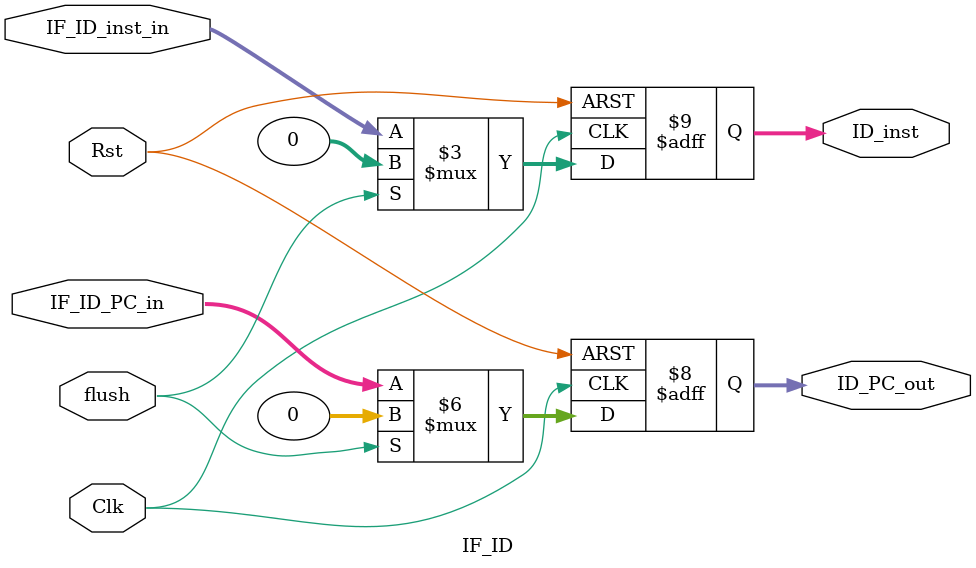
<source format=v>
module IF_ID (
  input wire Clk, 
  input wire Rst, 
  input wire flush,
  input [31:0] IF_ID_PC_in,
  input [31:0] IF_ID_inst_in,

  output reg [31:0] ID_PC_out,
  output reg [31:0] ID_inst
);

  always @(posedge Clk or posedge Rst) begin
    if (Rst) begin
      ID_PC_out <= 32'h0000_0000;
      ID_inst <= 32'h0000_0000;
    end else if (flush) begin
      ID_PC_out <= 32'h0000_0000;
      ID_inst <= 32'h0000_0000;
    end else begin
      ID_PC_out <= IF_ID_PC_in;
      ID_inst <= IF_ID_inst_in;
    end
  end

endmodule

</source>
